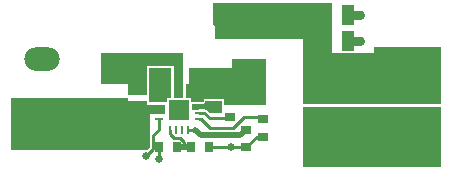
<source format=gtl>
%FSLAX25Y25*%
%MOIN*%
G70*
G01*
G75*
G04 Layer_Physical_Order=1*
G04 Layer_Color=255*
%ADD10R,0.05512X0.13386*%
%ADD11R,0.03543X0.02756*%
%ADD12R,0.02756X0.03543*%
%ADD13R,0.03543X0.03150*%
%ADD14R,0.06693X0.04331*%
%ADD15R,0.10630X0.10039*%
%ADD16R,0.04331X0.06693*%
%ADD17O,0.03150X0.00984*%
%ADD18O,0.00984X0.03150*%
%ADD19R,0.06811X0.06811*%
%ADD20C,0.03000*%
%ADD21C,0.01000*%
%ADD22C,0.02000*%
%ADD23O,0.11811X0.07874*%
%ADD24C,0.03000*%
%ADD25C,0.02500*%
G36*
X314000Y373000D02*
X300149D01*
Y374500D01*
X300000Y374861D01*
Y375000D01*
X299861D01*
X299500Y375149D01*
X293928D01*
X293897Y375136D01*
X293864Y375146D01*
X293671Y375043D01*
X293569Y375001D01*
X293528Y374993D01*
X293520Y374980D01*
X293469Y374959D01*
X293456Y374928D01*
X293426Y374912D01*
X293387Y374865D01*
X293341Y374712D01*
X293252Y374579D01*
X293193Y374280D01*
X293095Y374134D01*
X292948Y374036D01*
X292769Y374000D01*
X290617D01*
X290438Y374036D01*
X290431Y374040D01*
X290245Y374077D01*
X290070Y374149D01*
X289500D01*
X289421Y374117D01*
X289005Y374395D01*
Y375505D01*
X287500D01*
Y380000D01*
X288500D01*
Y385500D01*
X303000D01*
Y388500D01*
X314000D01*
Y373000D01*
D02*
G37*
G36*
X268000Y374500D02*
X274447D01*
X274500Y374371D01*
Y374000D01*
Y373000D01*
X280500D01*
Y370000D01*
X275500D01*
Y363483D01*
X275464Y363429D01*
X275378Y363000D01*
X275378Y363000D01*
Y358965D01*
X274414Y358000D01*
X229000D01*
Y375500D01*
X268000D01*
Y374500D01*
D02*
G37*
G36*
X372500Y352500D02*
X326500D01*
Y372500D01*
X372500D01*
Y352500D01*
D02*
G37*
G36*
X299462Y374462D02*
X299500Y374371D01*
Y373000D01*
Y370500D01*
X295086D01*
X294277Y371309D01*
X293914Y371552D01*
X293484Y371637D01*
X293484Y371637D01*
X291693D01*
X291653Y371629D01*
X290610D01*
X290184Y371545D01*
X290118Y371500D01*
X289500D01*
Y373441D01*
X289548Y373480D01*
X289548D01*
X289548Y373480D01*
X289578Y373500D01*
X289941D01*
X289997Y373477D01*
X290063D01*
X290119Y373440D01*
X290178Y373428D01*
X290184Y373424D01*
X290610Y373339D01*
X292776D01*
X292895Y373363D01*
X292895D01*
X293018Y373387D01*
X293202Y373424D01*
X293382Y373545D01*
X293456Y373594D01*
D01*
X293563Y373665D01*
X293635Y373773D01*
D01*
X293684Y373846D01*
X293804Y374027D01*
X293830Y374153D01*
D01*
X293864Y374326D01*
X293881Y374351D01*
X293897Y374434D01*
X293920Y374443D01*
X293944Y374467D01*
X293977Y374470D01*
X294033Y374500D01*
X299371D01*
X299462Y374462D01*
D02*
G37*
G36*
X286500Y375500D02*
X283500D01*
Y386000D01*
X282861D01*
X282500Y386149D01*
X275000D01*
X274639Y386000D01*
X274500D01*
Y385861D01*
X274351Y385500D01*
Y376500D01*
X268000D01*
Y380000D01*
X259000D01*
Y390500D01*
X286500D01*
Y375500D01*
D02*
G37*
G36*
X282500Y375505D02*
X280995D01*
Y374000D01*
X275149D01*
Y374500D01*
X275000Y374861D01*
Y385500D01*
X282500D01*
Y375505D01*
D02*
G37*
G36*
X336000Y390500D02*
X350000D01*
Y392500D01*
X372500D01*
Y373500D01*
X326500D01*
Y395000D01*
X297000D01*
Y399500D01*
X296500Y400000D01*
Y407000D01*
X336000D01*
Y390500D01*
D02*
G37*
D10*
X333500Y359764D02*
D03*
Y380236D02*
D03*
D11*
X313000Y362547D02*
D03*
Y368453D02*
D03*
X307500Y364953D02*
D03*
Y359047D02*
D03*
D12*
X284453Y359000D02*
D03*
X278547D02*
D03*
X294953D02*
D03*
X289047D02*
D03*
D13*
X271000Y372744D02*
D03*
Y378256D02*
D03*
X302000Y374756D02*
D03*
Y369244D02*
D03*
D14*
X263500Y383315D02*
D03*
Y372685D02*
D03*
D15*
X308000Y400563D02*
D03*
Y383437D02*
D03*
D16*
X341315Y394500D02*
D03*
X330685D02*
D03*
X341315Y403000D02*
D03*
X330685D02*
D03*
D17*
X278307Y374453D02*
D03*
Y372484D02*
D03*
Y370516D02*
D03*
Y368547D02*
D03*
X291693D02*
D03*
Y370516D02*
D03*
Y372484D02*
D03*
Y374453D02*
D03*
D18*
X282047Y364807D02*
D03*
X284016D02*
D03*
X285984D02*
D03*
X287953D02*
D03*
Y378193D02*
D03*
X285984D02*
D03*
X284016D02*
D03*
X282047D02*
D03*
D19*
X285000Y371500D02*
D03*
D20*
X341315Y394500D02*
X345500D01*
X341315Y403000D02*
X345500D01*
D21*
X307500Y359047D02*
X311000Y362547D01*
X313000D01*
X306658Y369000D02*
X313000D01*
X303158Y365500D02*
X306658Y369000D01*
X292453Y368547D02*
X292860D01*
X295500Y365500D02*
X303158D01*
X292453Y368547D02*
X295500Y365500D01*
X291693Y368547D02*
X292453D01*
X287953Y364807D02*
X290500D01*
X291693Y370516D02*
X293484D01*
X295256Y368744D01*
X302000D01*
X285500Y362000D02*
X286774Y360726D01*
Y359000D02*
Y360726D01*
X282047Y363441D02*
X283489Y362000D01*
X282047Y363441D02*
Y364807D01*
X283489Y362000D02*
X285500D01*
X278500Y355000D02*
Y358953D01*
X302500Y359000D02*
X307453D01*
X294953Y359000D02*
X302500D01*
X278307Y364807D02*
Y368547D01*
X276500Y363000D02*
X278307Y364807D01*
X276500Y358500D02*
Y363000D01*
X274000Y356000D02*
X276500Y358500D01*
D22*
X305547Y363000D02*
X307500Y364953D01*
X292307Y363000D02*
X305547D01*
X290500Y364807D02*
X292307Y363000D01*
X284500Y359000D02*
X289047D01*
D23*
X365500Y387500D02*
D03*
Y367500D02*
D03*
X239500Y368500D02*
D03*
Y388500D02*
D03*
D24*
X345500Y403000D02*
D03*
Y394500D02*
D03*
X300000Y400000D02*
D03*
D25*
X295000Y372484D02*
D03*
X298000Y372500D02*
D03*
X269500Y369500D02*
D03*
X272500D02*
D03*
X269500Y366500D02*
D03*
X272500D02*
D03*
X269500Y363500D02*
D03*
X272500D02*
D03*
Y360500D02*
D03*
X269500D02*
D03*
X280000Y380500D02*
D03*
X277000D02*
D03*
X280000Y383500D02*
D03*
X277000D02*
D03*
X290000D02*
D03*
X293000D02*
D03*
X290000Y380500D02*
D03*
X293000D02*
D03*
X302500Y359000D02*
D03*
X274000Y356000D02*
D03*
X278500Y355000D02*
D03*
X283000Y373500D02*
D03*
X287000D02*
D03*
X283000Y369500D02*
D03*
X287000D02*
D03*
X282000Y388000D02*
D03*
X285000D02*
D03*
X276000D02*
D03*
X279000D02*
D03*
X273000D02*
D03*
X270000D02*
D03*
X267000D02*
D03*
X264000D02*
D03*
M02*

</source>
